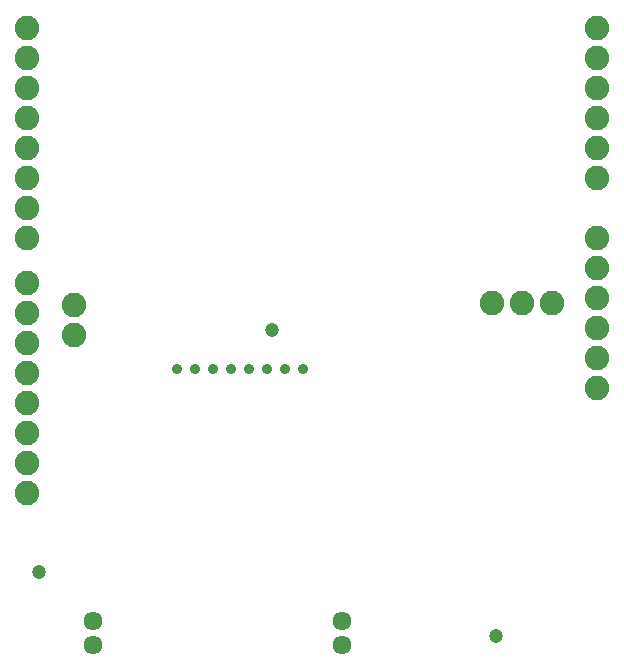
<source format=gbs>
G04*
G04 #@! TF.GenerationSoftware,Altium Limited,Altium Designer,19.1.6 (110)*
G04*
G04 Layer_Color=16711935*
%FSLAX25Y25*%
%MOIN*%
G70*
G01*
G75*
%ADD51C,0.04737*%
%ADD52C,0.08200*%
%ADD53C,0.06343*%
%ADD54C,0.03556*%
D51*
X91733Y116748D02*
D03*
X166233Y14748D02*
D03*
X13887Y36272D02*
D03*
D52*
X25641Y115391D02*
D03*
Y125391D02*
D03*
X165000Y126000D02*
D03*
X175000D02*
D03*
X185000D02*
D03*
X10000Y62500D02*
D03*
Y72500D02*
D03*
Y82500D02*
D03*
Y92500D02*
D03*
Y102500D02*
D03*
Y112500D02*
D03*
Y122500D02*
D03*
Y132500D02*
D03*
Y147500D02*
D03*
Y157500D02*
D03*
Y167500D02*
D03*
Y177500D02*
D03*
Y187500D02*
D03*
Y197500D02*
D03*
Y207500D02*
D03*
Y217500D02*
D03*
X200000D02*
D03*
Y207500D02*
D03*
Y197500D02*
D03*
Y187500D02*
D03*
Y177500D02*
D03*
Y167500D02*
D03*
Y147500D02*
D03*
Y137500D02*
D03*
Y127500D02*
D03*
Y117500D02*
D03*
Y107500D02*
D03*
Y97500D02*
D03*
D53*
X32000Y12063D02*
D03*
Y19937D02*
D03*
X115000Y12063D02*
D03*
Y19937D02*
D03*
D54*
X78000Y104000D02*
D03*
X102000D02*
D03*
X96000D02*
D03*
X90000D02*
D03*
X84000D02*
D03*
X66000D02*
D03*
X72000D02*
D03*
X60000D02*
D03*
M02*

</source>
